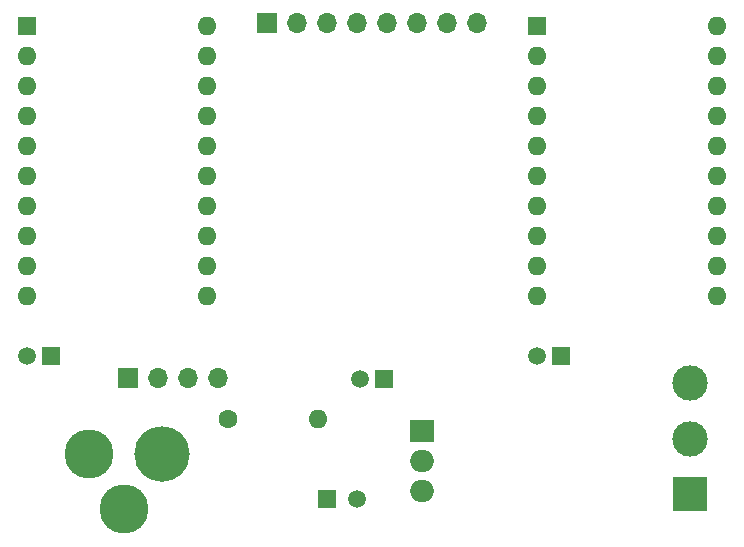
<source format=gbs>
%TF.GenerationSoftware,KiCad,Pcbnew,8.0.7*%
%TF.CreationDate,2025-03-14T18:50:49+02:00*%
%TF.ProjectId,LCD Dual 7 Segment Tester,4c434420-4475-4616-9c20-37205365676d,V1*%
%TF.SameCoordinates,Original*%
%TF.FileFunction,Soldermask,Bot*%
%TF.FilePolarity,Negative*%
%FSLAX46Y46*%
G04 Gerber Fmt 4.6, Leading zero omitted, Abs format (unit mm)*
G04 Created by KiCad (PCBNEW 8.0.7) date 2025-03-14 18:50:49*
%MOMM*%
%LPD*%
G01*
G04 APERTURE LIST*
%ADD10R,1.700000X1.700000*%
%ADD11O,1.700000X1.700000*%
%ADD12C,1.500000*%
%ADD13R,1.500000X1.500000*%
%ADD14C,4.150000*%
%ADD15C,4.700000*%
%ADD16C,3.000000*%
%ADD17R,3.000000X3.000000*%
%ADD18O,1.600000X1.600000*%
%ADD19C,1.600000*%
%ADD20O,2.000000X1.905000*%
%ADD21R,2.000000X1.905000*%
%ADD22R,1.600000X1.600000*%
G04 APERTURE END LIST*
D10*
%TO.C,J2*%
X9779000Y9525000D03*
D11*
X12319000Y9525000D03*
X14858999Y9525000D03*
X17399000Y9525000D03*
%TD*%
D12*
%TO.C,C2*%
X1270000Y11389400D03*
D13*
X3270000Y11389400D03*
%TD*%
D14*
%TO.C,J1*%
X6500000Y3134400D03*
X9500000Y-1565600D03*
D15*
X12700000Y3134400D03*
%TD*%
D12*
%TO.C,LED1*%
X29210000Y-675600D03*
D13*
X26670000Y-675600D03*
%TD*%
D16*
%TO.C,S1*%
X57404000Y9103400D03*
X57404000Y4404400D03*
D17*
X57404000Y-294600D03*
%TD*%
D12*
%TO.C,C3*%
X29480000Y9484400D03*
D13*
X31480000Y9484400D03*
%TD*%
D18*
%TO.C,R1*%
X25908000Y6096000D03*
D19*
X18288000Y6096000D03*
%TD*%
D12*
%TO.C,C1*%
X44450000Y11389400D03*
D13*
X46450000Y11389400D03*
%TD*%
D20*
%TO.C,U1*%
X34671000Y-40600D03*
X34671000Y2499400D03*
D21*
X34671000Y5039400D03*
%TD*%
D11*
%TO.C,J3*%
X39385000Y39624000D03*
X36845000Y39624000D03*
X34305000Y39624000D03*
X31765000Y39624000D03*
X29225000Y39624000D03*
X26685000Y39624000D03*
X24145000Y39624000D03*
D10*
X21605000Y39624000D03*
%TD*%
D18*
%TO.C,IC14*%
X16510000Y39329400D03*
X16510000Y36789400D03*
X16510000Y34249400D03*
X16510000Y31709400D03*
X16510000Y29169400D03*
X16510000Y26629400D03*
X16510000Y24089400D03*
X16510000Y21549400D03*
X16510000Y19009400D03*
X16510000Y16469400D03*
X1270000Y16469400D03*
X1270000Y19009400D03*
X1270000Y21549400D03*
X1270000Y24089400D03*
X1270000Y26629400D03*
X1270000Y29169400D03*
X1270000Y31709400D03*
X1270000Y34249400D03*
X1270000Y36789400D03*
D22*
X1270000Y39329400D03*
%TD*%
D18*
%TO.C,IC6*%
X59690000Y39329400D03*
X59690000Y36789400D03*
X59690000Y34249400D03*
X59690000Y31709400D03*
X59690000Y29169400D03*
X59690000Y26629400D03*
X59690000Y24089400D03*
X59690000Y21549400D03*
X59690000Y19009400D03*
X59690000Y16469400D03*
X44450000Y16469400D03*
X44450000Y19009400D03*
X44450000Y21549400D03*
X44450000Y24089400D03*
X44450000Y26629400D03*
X44450000Y29169400D03*
X44450000Y31709400D03*
X44450000Y34249400D03*
X44450000Y36789400D03*
D22*
X44450000Y39329400D03*
%TD*%
M02*

</source>
